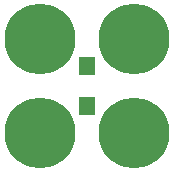
<source format=gtl>
%TF.GenerationSoftware,KiCad,Pcbnew,4.0.5-e0-6337~49~ubuntu16.04.1*%
%TF.CreationDate,2017-05-27T11:15:56-07:00*%
%TF.ProjectId,2x2-LED-SMT,3278322D4C45442D534D542E6B696361,v1.2*%
%TF.FileFunction,Copper,L1,Top,Signal*%
%FSLAX46Y46*%
G04 Gerber Fmt 4.6, Leading zero omitted, Abs format (unit mm)*
G04 Created by KiCad (PCBNEW 4.0.5-e0-6337~49~ubuntu16.04.1) date Sat May 27 11:15:56 2017*
%MOMM*%
%LPD*%
G01*
G04 APERTURE LIST*
%ADD10C,0.350000*%
%ADD11R,1.346000X1.500000*%
%ADD12C,6.000000*%
%ADD13C,0.350000*%
G04 APERTURE END LIST*
D10*
D11*
X31052000Y-28961000D03*
D12*
X27052000Y-34671000D03*
X27052000Y-26671000D03*
X35052000Y-26671000D03*
X35052000Y-34671000D03*
D11*
X31052000Y-32381000D03*
D13*
X27052000Y-34671000D03*
X27052000Y-26671000D03*
X35052000Y-26671000D03*
X35052000Y-34671000D03*
M02*

</source>
